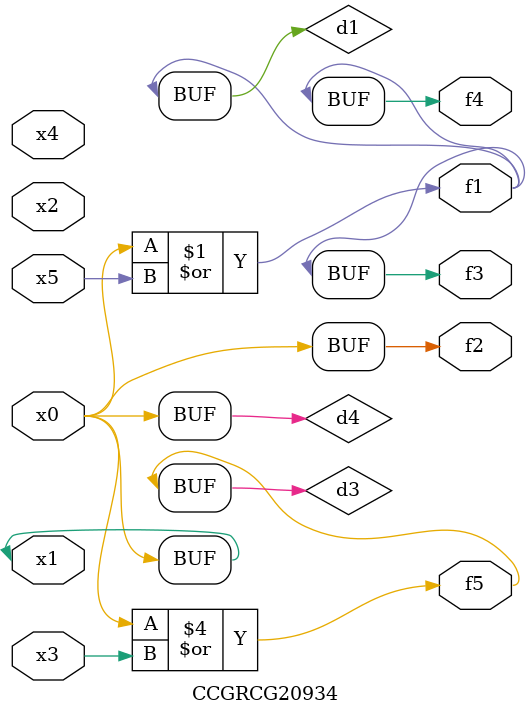
<source format=v>
module CCGRCG20934(
	input x0, x1, x2, x3, x4, x5,
	output f1, f2, f3, f4, f5
);

	wire d1, d2, d3, d4;

	or (d1, x0, x5);
	xnor (d2, x1, x4);
	or (d3, x0, x3);
	buf (d4, x0, x1);
	assign f1 = d1;
	assign f2 = d4;
	assign f3 = d1;
	assign f4 = d1;
	assign f5 = d3;
endmodule

</source>
